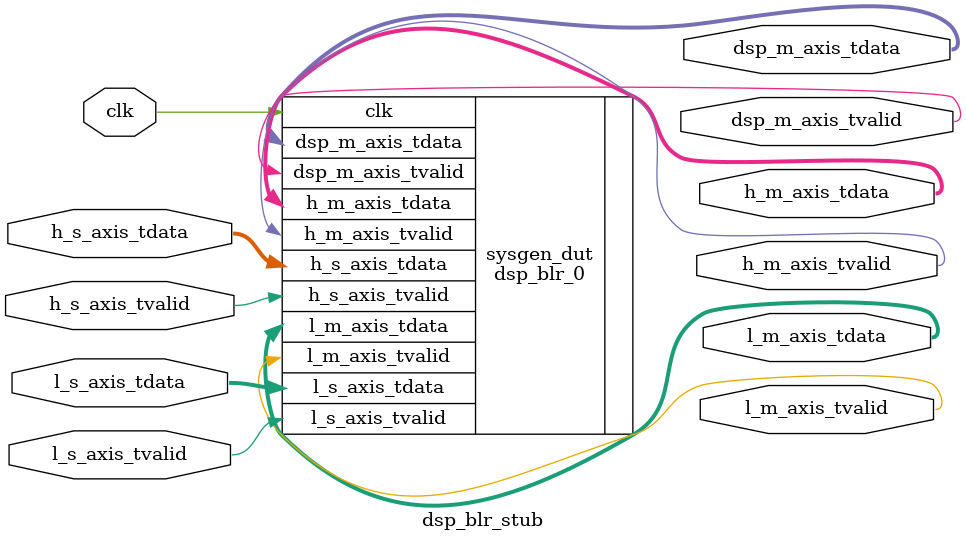
<source format=v>
`timescale 1 ns / 10 ps
module dsp_blr_stub (
  input [128-1:0] h_s_axis_tdata,
  input [1-1:0] h_s_axis_tvalid,
  input [32-1:0] l_s_axis_tdata,
  input [1-1:0] l_s_axis_tvalid,
  input clk,
  output [160-1:0] dsp_m_axis_tdata,
  output [1-1:0] dsp_m_axis_tvalid,
  output [128-1:0] h_m_axis_tdata,
  output [1-1:0] h_m_axis_tvalid,
  output [32-1:0] l_m_axis_tdata,
  output [1-1:0] l_m_axis_tvalid
);
  dsp_blr_0 sysgen_dut (
    .h_s_axis_tdata(h_s_axis_tdata),
    .h_s_axis_tvalid(h_s_axis_tvalid),
    .l_s_axis_tdata(l_s_axis_tdata),
    .l_s_axis_tvalid(l_s_axis_tvalid),
    .clk(clk),
    .dsp_m_axis_tdata(dsp_m_axis_tdata),
    .dsp_m_axis_tvalid(dsp_m_axis_tvalid),
    .h_m_axis_tdata(h_m_axis_tdata),
    .h_m_axis_tvalid(h_m_axis_tvalid),
    .l_m_axis_tdata(l_m_axis_tdata),
    .l_m_axis_tvalid(l_m_axis_tvalid)
  );
endmodule

</source>
